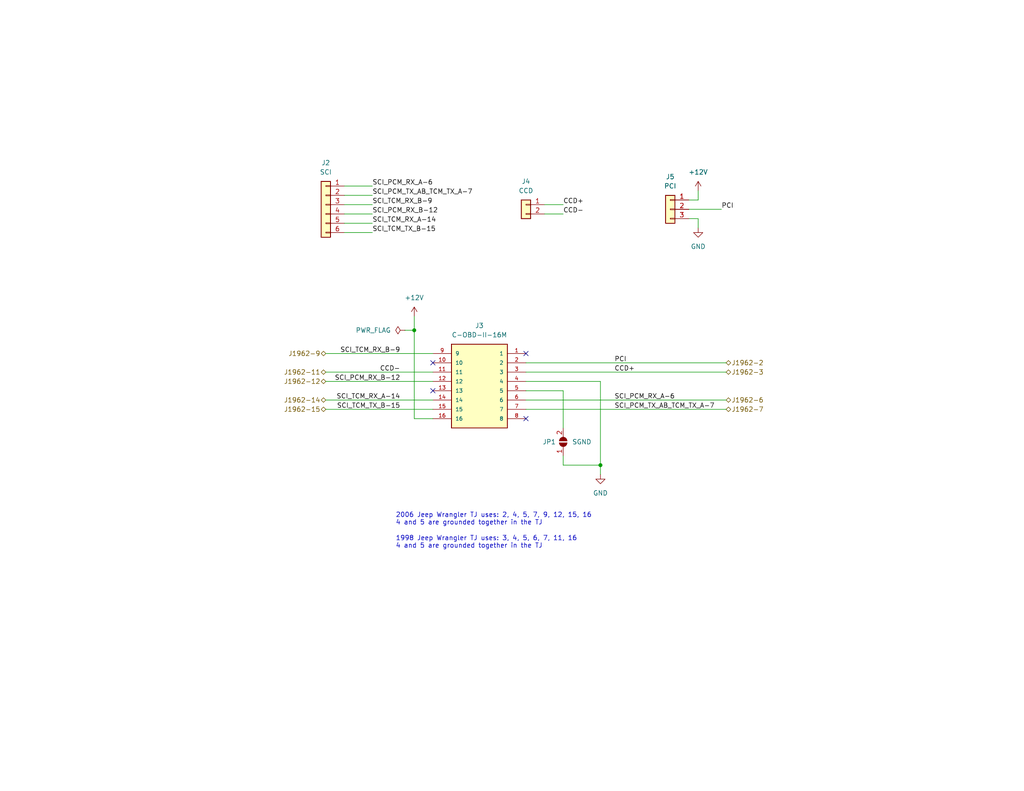
<source format=kicad_sch>
(kicad_sch (version 20211123) (generator eeschema)

  (uuid e92c4f5b-c64d-43cd-8218-b669d9a81e78)

  (paper "USLetter")

  (title_block
    (title "TJ Diag")
    (date "2023-09-12")
    (rev "V1.00")
    (company "andy@britishideas.com")
    (comment 1 "V210/ChryslerScanner_V210/schematic/ChryslerScanner_V210_schematic.pdf")
    (comment 2 "Based on: https://github.com/laszlodaniel/ChryslerScanner/blob/master/PCB/")
    (comment 3 "GPL V3 LICENSE")
  )

  (lib_symbols
    (symbol "ChryslerScanner:C-OBD-II-16M" (pin_names (offset 1.016)) (in_bom yes) (on_board yes)
      (property "Reference" "J" (id 0) (at -7.62 11.43 0)
        (effects (font (size 1.27 1.27)) (justify left bottom))
      )
      (property "Value" "C-OBD-II-16M" (id 1) (at -7.62 -13.97 0)
        (effects (font (size 1.27 1.27)) (justify left top))
      )
      (property "Footprint" "ChryslerScanner:COMTECH_C-OBD-II-16M" (id 2) (at 0 0 0)
        (effects (font (size 1.27 1.27)) (justify bottom) hide)
      )
      (property "Datasheet" "" (id 3) (at 0 0 0)
        (effects (font (size 1.27 1.27)) hide)
      )
      (property "PARTREV" "A" (id 4) (at 0 0 0)
        (effects (font (size 1.27 1.27)) (justify bottom) hide)
      )
      (property "MANUFACTURER" "Comtech Electronic Co." (id 5) (at 0 0 0)
        (effects (font (size 1.27 1.27)) (justify bottom) hide)
      )
      (property "MAXIMUM_PACKAGE_HEIGHT" "18.3mm" (id 6) (at 0 0 0)
        (effects (font (size 1.27 1.27)) (justify bottom) hide)
      )
      (property "STANDARD" "Manufacturer Recommendations" (id 7) (at 0 0 0)
        (effects (font (size 1.27 1.27)) (justify bottom) hide)
      )
      (property "manf#" "C-OBD-II-16M" (id 8) (at 0 0 0)
        (effects (font (size 1.27 1.27)))
      )
      (symbol "C-OBD-II-16M_0_0"
        (rectangle (start -7.62 -12.7) (end 7.62 10.16)
          (stroke (width 0.254) (type default) (color 0 0 0 0))
          (fill (type background))
        )
        (pin passive line (at -12.7 7.62 0) (length 5.08)
          (name "1" (effects (font (size 1.016 1.016))))
          (number "1" (effects (font (size 1.016 1.016))))
        )
        (pin passive line (at 12.7 5.08 180) (length 5.08)
          (name "10" (effects (font (size 1.016 1.016))))
          (number "10" (effects (font (size 1.016 1.016))))
        )
        (pin passive line (at 12.7 2.54 180) (length 5.08)
          (name "11" (effects (font (size 1.016 1.016))))
          (number "11" (effects (font (size 1.016 1.016))))
        )
        (pin passive line (at 12.7 0 180) (length 5.08)
          (name "12" (effects (font (size 1.016 1.016))))
          (number "12" (effects (font (size 1.016 1.016))))
        )
        (pin passive line (at 12.7 -2.54 180) (length 5.08)
          (name "13" (effects (font (size 1.016 1.016))))
          (number "13" (effects (font (size 1.016 1.016))))
        )
        (pin passive line (at 12.7 -5.08 180) (length 5.08)
          (name "14" (effects (font (size 1.016 1.016))))
          (number "14" (effects (font (size 1.016 1.016))))
        )
        (pin passive line (at 12.7 -7.62 180) (length 5.08)
          (name "15" (effects (font (size 1.016 1.016))))
          (number "15" (effects (font (size 1.016 1.016))))
        )
        (pin passive line (at 12.7 -10.16 180) (length 5.08)
          (name "16" (effects (font (size 1.016 1.016))))
          (number "16" (effects (font (size 1.016 1.016))))
        )
        (pin passive line (at -12.7 5.08 0) (length 5.08)
          (name "2" (effects (font (size 1.016 1.016))))
          (number "2" (effects (font (size 1.016 1.016))))
        )
        (pin passive line (at -12.7 2.54 0) (length 5.08)
          (name "3" (effects (font (size 1.016 1.016))))
          (number "3" (effects (font (size 1.016 1.016))))
        )
        (pin passive line (at -12.7 0 0) (length 5.08)
          (name "4" (effects (font (size 1.016 1.016))))
          (number "4" (effects (font (size 1.016 1.016))))
        )
        (pin passive line (at -12.7 -2.54 0) (length 5.08)
          (name "5" (effects (font (size 1.016 1.016))))
          (number "5" (effects (font (size 1.016 1.016))))
        )
        (pin passive line (at -12.7 -5.08 0) (length 5.08)
          (name "6" (effects (font (size 1.016 1.016))))
          (number "6" (effects (font (size 1.016 1.016))))
        )
        (pin passive line (at -12.7 -7.62 0) (length 5.08)
          (name "7" (effects (font (size 1.016 1.016))))
          (number "7" (effects (font (size 1.016 1.016))))
        )
        (pin passive line (at -12.7 -10.16 0) (length 5.08)
          (name "8" (effects (font (size 1.016 1.016))))
          (number "8" (effects (font (size 1.016 1.016))))
        )
        (pin passive line (at 12.7 7.62 180) (length 5.08)
          (name "9" (effects (font (size 1.016 1.016))))
          (number "9" (effects (font (size 1.016 1.016))))
        )
      )
    )
    (symbol "Connector_Generic:Conn_01x02" (pin_names (offset 1.016) hide) (in_bom yes) (on_board yes)
      (property "Reference" "J" (id 0) (at 0 2.54 0)
        (effects (font (size 1.27 1.27)))
      )
      (property "Value" "Conn_01x02" (id 1) (at 0 -5.08 0)
        (effects (font (size 1.27 1.27)))
      )
      (property "Footprint" "" (id 2) (at 0 0 0)
        (effects (font (size 1.27 1.27)) hide)
      )
      (property "Datasheet" "~" (id 3) (at 0 0 0)
        (effects (font (size 1.27 1.27)) hide)
      )
      (property "ki_keywords" "connector" (id 4) (at 0 0 0)
        (effects (font (size 1.27 1.27)) hide)
      )
      (property "ki_description" "Generic connector, single row, 01x02, script generated (kicad-library-utils/schlib/autogen/connector/)" (id 5) (at 0 0 0)
        (effects (font (size 1.27 1.27)) hide)
      )
      (property "ki_fp_filters" "Connector*:*_1x??_*" (id 6) (at 0 0 0)
        (effects (font (size 1.27 1.27)) hide)
      )
      (symbol "Conn_01x02_1_1"
        (rectangle (start -1.27 -2.413) (end 0 -2.667)
          (stroke (width 0.1524) (type default) (color 0 0 0 0))
          (fill (type none))
        )
        (rectangle (start -1.27 0.127) (end 0 -0.127)
          (stroke (width 0.1524) (type default) (color 0 0 0 0))
          (fill (type none))
        )
        (rectangle (start -1.27 1.27) (end 1.27 -3.81)
          (stroke (width 0.254) (type default) (color 0 0 0 0))
          (fill (type background))
        )
        (pin passive line (at -5.08 0 0) (length 3.81)
          (name "Pin_1" (effects (font (size 1.27 1.27))))
          (number "1" (effects (font (size 1.27 1.27))))
        )
        (pin passive line (at -5.08 -2.54 0) (length 3.81)
          (name "Pin_2" (effects (font (size 1.27 1.27))))
          (number "2" (effects (font (size 1.27 1.27))))
        )
      )
    )
    (symbol "Connector_Generic:Conn_01x03" (pin_names (offset 1.016) hide) (in_bom yes) (on_board yes)
      (property "Reference" "J" (id 0) (at 0 5.08 0)
        (effects (font (size 1.27 1.27)))
      )
      (property "Value" "Conn_01x03" (id 1) (at 0 -5.08 0)
        (effects (font (size 1.27 1.27)))
      )
      (property "Footprint" "" (id 2) (at 0 0 0)
        (effects (font (size 1.27 1.27)) hide)
      )
      (property "Datasheet" "~" (id 3) (at 0 0 0)
        (effects (font (size 1.27 1.27)) hide)
      )
      (property "ki_keywords" "connector" (id 4) (at 0 0 0)
        (effects (font (size 1.27 1.27)) hide)
      )
      (property "ki_description" "Generic connector, single row, 01x03, script generated (kicad-library-utils/schlib/autogen/connector/)" (id 5) (at 0 0 0)
        (effects (font (size 1.27 1.27)) hide)
      )
      (property "ki_fp_filters" "Connector*:*_1x??_*" (id 6) (at 0 0 0)
        (effects (font (size 1.27 1.27)) hide)
      )
      (symbol "Conn_01x03_1_1"
        (rectangle (start -1.27 -2.413) (end 0 -2.667)
          (stroke (width 0.1524) (type default) (color 0 0 0 0))
          (fill (type none))
        )
        (rectangle (start -1.27 0.127) (end 0 -0.127)
          (stroke (width 0.1524) (type default) (color 0 0 0 0))
          (fill (type none))
        )
        (rectangle (start -1.27 2.667) (end 0 2.413)
          (stroke (width 0.1524) (type default) (color 0 0 0 0))
          (fill (type none))
        )
        (rectangle (start -1.27 3.81) (end 1.27 -3.81)
          (stroke (width 0.254) (type default) (color 0 0 0 0))
          (fill (type background))
        )
        (pin passive line (at -5.08 2.54 0) (length 3.81)
          (name "Pin_1" (effects (font (size 1.27 1.27))))
          (number "1" (effects (font (size 1.27 1.27))))
        )
        (pin passive line (at -5.08 0 0) (length 3.81)
          (name "Pin_2" (effects (font (size 1.27 1.27))))
          (number "2" (effects (font (size 1.27 1.27))))
        )
        (pin passive line (at -5.08 -2.54 0) (length 3.81)
          (name "Pin_3" (effects (font (size 1.27 1.27))))
          (number "3" (effects (font (size 1.27 1.27))))
        )
      )
    )
    (symbol "Connector_Generic:Conn_01x06" (pin_names (offset 1.016) hide) (in_bom yes) (on_board yes)
      (property "Reference" "J" (id 0) (at 0 7.62 0)
        (effects (font (size 1.27 1.27)))
      )
      (property "Value" "Conn_01x06" (id 1) (at 0 -10.16 0)
        (effects (font (size 1.27 1.27)))
      )
      (property "Footprint" "" (id 2) (at 0 0 0)
        (effects (font (size 1.27 1.27)) hide)
      )
      (property "Datasheet" "~" (id 3) (at 0 0 0)
        (effects (font (size 1.27 1.27)) hide)
      )
      (property "ki_keywords" "connector" (id 4) (at 0 0 0)
        (effects (font (size 1.27 1.27)) hide)
      )
      (property "ki_description" "Generic connector, single row, 01x06, script generated (kicad-library-utils/schlib/autogen/connector/)" (id 5) (at 0 0 0)
        (effects (font (size 1.27 1.27)) hide)
      )
      (property "ki_fp_filters" "Connector*:*_1x??_*" (id 6) (at 0 0 0)
        (effects (font (size 1.27 1.27)) hide)
      )
      (symbol "Conn_01x06_1_1"
        (rectangle (start -1.27 -7.493) (end 0 -7.747)
          (stroke (width 0.1524) (type default) (color 0 0 0 0))
          (fill (type none))
        )
        (rectangle (start -1.27 -4.953) (end 0 -5.207)
          (stroke (width 0.1524) (type default) (color 0 0 0 0))
          (fill (type none))
        )
        (rectangle (start -1.27 -2.413) (end 0 -2.667)
          (stroke (width 0.1524) (type default) (color 0 0 0 0))
          (fill (type none))
        )
        (rectangle (start -1.27 0.127) (end 0 -0.127)
          (stroke (width 0.1524) (type default) (color 0 0 0 0))
          (fill (type none))
        )
        (rectangle (start -1.27 2.667) (end 0 2.413)
          (stroke (width 0.1524) (type default) (color 0 0 0 0))
          (fill (type none))
        )
        (rectangle (start -1.27 5.207) (end 0 4.953)
          (stroke (width 0.1524) (type default) (color 0 0 0 0))
          (fill (type none))
        )
        (rectangle (start -1.27 6.35) (end 1.27 -8.89)
          (stroke (width 0.254) (type default) (color 0 0 0 0))
          (fill (type background))
        )
        (pin passive line (at -5.08 5.08 0) (length 3.81)
          (name "Pin_1" (effects (font (size 1.27 1.27))))
          (number "1" (effects (font (size 1.27 1.27))))
        )
        (pin passive line (at -5.08 2.54 0) (length 3.81)
          (name "Pin_2" (effects (font (size 1.27 1.27))))
          (number "2" (effects (font (size 1.27 1.27))))
        )
        (pin passive line (at -5.08 0 0) (length 3.81)
          (name "Pin_3" (effects (font (size 1.27 1.27))))
          (number "3" (effects (font (size 1.27 1.27))))
        )
        (pin passive line (at -5.08 -2.54 0) (length 3.81)
          (name "Pin_4" (effects (font (size 1.27 1.27))))
          (number "4" (effects (font (size 1.27 1.27))))
        )
        (pin passive line (at -5.08 -5.08 0) (length 3.81)
          (name "Pin_5" (effects (font (size 1.27 1.27))))
          (number "5" (effects (font (size 1.27 1.27))))
        )
        (pin passive line (at -5.08 -7.62 0) (length 3.81)
          (name "Pin_6" (effects (font (size 1.27 1.27))))
          (number "6" (effects (font (size 1.27 1.27))))
        )
      )
    )
    (symbol "Jumper:SolderJumper_2_Open" (pin_names (offset 0) hide) (in_bom yes) (on_board yes)
      (property "Reference" "JP" (id 0) (at 0 2.032 0)
        (effects (font (size 1.27 1.27)))
      )
      (property "Value" "SolderJumper_2_Open" (id 1) (at 0 -2.54 0)
        (effects (font (size 1.27 1.27)))
      )
      (property "Footprint" "" (id 2) (at 0 0 0)
        (effects (font (size 1.27 1.27)) hide)
      )
      (property "Datasheet" "~" (id 3) (at 0 0 0)
        (effects (font (size 1.27 1.27)) hide)
      )
      (property "ki_keywords" "solder jumper SPST" (id 4) (at 0 0 0)
        (effects (font (size 1.27 1.27)) hide)
      )
      (property "ki_description" "Solder Jumper, 2-pole, open" (id 5) (at 0 0 0)
        (effects (font (size 1.27 1.27)) hide)
      )
      (property "ki_fp_filters" "SolderJumper*Open*" (id 6) (at 0 0 0)
        (effects (font (size 1.27 1.27)) hide)
      )
      (symbol "SolderJumper_2_Open_0_1"
        (arc (start -0.254 1.016) (mid -1.27 0) (end -0.254 -1.016)
          (stroke (width 0) (type default) (color 0 0 0 0))
          (fill (type none))
        )
        (arc (start -0.254 1.016) (mid -1.27 0) (end -0.254 -1.016)
          (stroke (width 0) (type default) (color 0 0 0 0))
          (fill (type outline))
        )
        (polyline
          (pts
            (xy -0.254 1.016)
            (xy -0.254 -1.016)
          )
          (stroke (width 0) (type default) (color 0 0 0 0))
          (fill (type none))
        )
        (polyline
          (pts
            (xy 0.254 1.016)
            (xy 0.254 -1.016)
          )
          (stroke (width 0) (type default) (color 0 0 0 0))
          (fill (type none))
        )
        (arc (start 0.254 -1.016) (mid 1.27 0) (end 0.254 1.016)
          (stroke (width 0) (type default) (color 0 0 0 0))
          (fill (type none))
        )
        (arc (start 0.254 -1.016) (mid 1.27 0) (end 0.254 1.016)
          (stroke (width 0) (type default) (color 0 0 0 0))
          (fill (type outline))
        )
      )
      (symbol "SolderJumper_2_Open_1_1"
        (pin passive line (at -3.81 0 0) (length 2.54)
          (name "A" (effects (font (size 1.27 1.27))))
          (number "1" (effects (font (size 1.27 1.27))))
        )
        (pin passive line (at 3.81 0 180) (length 2.54)
          (name "B" (effects (font (size 1.27 1.27))))
          (number "2" (effects (font (size 1.27 1.27))))
        )
      )
    )
    (symbol "power:+12V" (power) (pin_names (offset 0)) (in_bom yes) (on_board yes)
      (property "Reference" "#PWR" (id 0) (at 0 -3.81 0)
        (effects (font (size 1.27 1.27)) hide)
      )
      (property "Value" "+12V" (id 1) (at 0 3.556 0)
        (effects (font (size 1.27 1.27)))
      )
      (property "Footprint" "" (id 2) (at 0 0 0)
        (effects (font (size 1.27 1.27)) hide)
      )
      (property "Datasheet" "" (id 3) (at 0 0 0)
        (effects (font (size 1.27 1.27)) hide)
      )
      (property "ki_keywords" "power-flag" (id 4) (at 0 0 0)
        (effects (font (size 1.27 1.27)) hide)
      )
      (property "ki_description" "Power symbol creates a global label with name \"+12V\"" (id 5) (at 0 0 0)
        (effects (font (size 1.27 1.27)) hide)
      )
      (symbol "+12V_0_1"
        (polyline
          (pts
            (xy -0.762 1.27)
            (xy 0 2.54)
          )
          (stroke (width 0) (type default) (color 0 0 0 0))
          (fill (type none))
        )
        (polyline
          (pts
            (xy 0 0)
            (xy 0 2.54)
          )
          (stroke (width 0) (type default) (color 0 0 0 0))
          (fill (type none))
        )
        (polyline
          (pts
            (xy 0 2.54)
            (xy 0.762 1.27)
          )
          (stroke (width 0) (type default) (color 0 0 0 0))
          (fill (type none))
        )
      )
      (symbol "+12V_1_1"
        (pin power_in line (at 0 0 90) (length 0) hide
          (name "+12V" (effects (font (size 1.27 1.27))))
          (number "1" (effects (font (size 1.27 1.27))))
        )
      )
    )
    (symbol "power:GND" (power) (pin_names (offset 0)) (in_bom yes) (on_board yes)
      (property "Reference" "#PWR" (id 0) (at 0 -6.35 0)
        (effects (font (size 1.27 1.27)) hide)
      )
      (property "Value" "GND" (id 1) (at 0 -3.81 0)
        (effects (font (size 1.27 1.27)))
      )
      (property "Footprint" "" (id 2) (at 0 0 0)
        (effects (font (size 1.27 1.27)) hide)
      )
      (property "Datasheet" "" (id 3) (at 0 0 0)
        (effects (font (size 1.27 1.27)) hide)
      )
      (property "ki_keywords" "power-flag" (id 4) (at 0 0 0)
        (effects (font (size 1.27 1.27)) hide)
      )
      (property "ki_description" "Power symbol creates a global label with name \"GND\" , ground" (id 5) (at 0 0 0)
        (effects (font (size 1.27 1.27)) hide)
      )
      (symbol "GND_0_1"
        (polyline
          (pts
            (xy 0 0)
            (xy 0 -1.27)
            (xy 1.27 -1.27)
            (xy 0 -2.54)
            (xy -1.27 -1.27)
            (xy 0 -1.27)
          )
          (stroke (width 0) (type default) (color 0 0 0 0))
          (fill (type none))
        )
      )
      (symbol "GND_1_1"
        (pin power_in line (at 0 0 270) (length 0) hide
          (name "GND" (effects (font (size 1.27 1.27))))
          (number "1" (effects (font (size 1.27 1.27))))
        )
      )
    )
    (symbol "power:PWR_FLAG" (power) (pin_numbers hide) (pin_names (offset 0) hide) (in_bom yes) (on_board yes)
      (property "Reference" "#FLG" (id 0) (at 0 1.905 0)
        (effects (font (size 1.27 1.27)) hide)
      )
      (property "Value" "PWR_FLAG" (id 1) (at 0 3.81 0)
        (effects (font (size 1.27 1.27)))
      )
      (property "Footprint" "" (id 2) (at 0 0 0)
        (effects (font (size 1.27 1.27)) hide)
      )
      (property "Datasheet" "~" (id 3) (at 0 0 0)
        (effects (font (size 1.27 1.27)) hide)
      )
      (property "ki_keywords" "power-flag" (id 4) (at 0 0 0)
        (effects (font (size 1.27 1.27)) hide)
      )
      (property "ki_description" "Special symbol for telling ERC where power comes from" (id 5) (at 0 0 0)
        (effects (font (size 1.27 1.27)) hide)
      )
      (symbol "PWR_FLAG_0_0"
        (pin power_out line (at 0 0 90) (length 0)
          (name "pwr" (effects (font (size 1.27 1.27))))
          (number "1" (effects (font (size 1.27 1.27))))
        )
      )
      (symbol "PWR_FLAG_0_1"
        (polyline
          (pts
            (xy 0 0)
            (xy 0 1.27)
            (xy -1.016 1.905)
            (xy 0 2.54)
            (xy 1.016 1.905)
            (xy 0 1.27)
          )
          (stroke (width 0) (type default) (color 0 0 0 0))
          (fill (type none))
        )
      )
    )
  )

  (junction (at 113.03 90.17) (diameter 0) (color 0 0 0 0)
    (uuid 82c038f6-3845-4900-9df3-e3c411fd8244)
  )
  (junction (at 163.83 127) (diameter 0) (color 0 0 0 0)
    (uuid e328a25c-eb66-4cde-a46f-0c85c9016821)
  )

  (no_connect (at 118.11 99.06) (uuid 8920eeef-51d3-4f02-adf1-322f9d8e889d))
  (no_connect (at 118.11 106.68) (uuid 8920eeef-51d3-4f02-adf1-322f9d8e889e))
  (no_connect (at 143.51 96.52) (uuid 8920eeef-51d3-4f02-adf1-322f9d8e889f))
  (no_connect (at 143.51 114.3) (uuid 8920eeef-51d3-4f02-adf1-322f9d8e88a0))

  (wire (pts (xy 143.51 99.06) (xy 198.12 99.06))
    (stroke (width 0) (type default) (color 0 0 0 0))
    (uuid 00945332-fabd-4b56-aa1e-c497c1387baa)
  )
  (wire (pts (xy 190.5 59.69) (xy 187.96 59.69))
    (stroke (width 0) (type default) (color 0 0 0 0))
    (uuid 0bf93111-0c64-422f-86e9-ec675f3a9f93)
  )
  (wire (pts (xy 88.9 96.52) (xy 118.11 96.52))
    (stroke (width 0) (type default) (color 0 0 0 0))
    (uuid 2358504f-2866-4c02-8aad-3d25fa51a498)
  )
  (wire (pts (xy 93.98 55.88) (xy 101.6 55.88))
    (stroke (width 0) (type default) (color 0 0 0 0))
    (uuid 29fad35d-71e1-4d57-8f26-5e1f526f7988)
  )
  (wire (pts (xy 93.98 60.96) (xy 101.6 60.96))
    (stroke (width 0) (type default) (color 0 0 0 0))
    (uuid 4482df6f-64c7-4b3e-bd26-d419c407e1a5)
  )
  (wire (pts (xy 153.67 106.68) (xy 143.51 106.68))
    (stroke (width 0) (type default) (color 0 0 0 0))
    (uuid 4a3b38c8-9df7-409d-a7f0-288810722998)
  )
  (wire (pts (xy 187.96 57.15) (xy 196.85 57.15))
    (stroke (width 0) (type default) (color 0 0 0 0))
    (uuid 5d941318-d70b-4acc-84fa-7e5a0f319b17)
  )
  (wire (pts (xy 88.9 111.76) (xy 118.11 111.76))
    (stroke (width 0) (type default) (color 0 0 0 0))
    (uuid 5ff77c78-e523-4896-80c8-5d4c2e132d1c)
  )
  (wire (pts (xy 143.51 101.6) (xy 198.12 101.6))
    (stroke (width 0) (type default) (color 0 0 0 0))
    (uuid 72ee5af2-43a8-420f-87af-afd77e7c3a95)
  )
  (wire (pts (xy 113.03 114.3) (xy 118.11 114.3))
    (stroke (width 0) (type default) (color 0 0 0 0))
    (uuid 75acfbde-179f-4948-abbc-82c709b247fe)
  )
  (wire (pts (xy 153.67 116.84) (xy 153.67 106.68))
    (stroke (width 0) (type default) (color 0 0 0 0))
    (uuid 80ac9610-6d1a-4922-a884-051ea2218869)
  )
  (wire (pts (xy 88.9 109.22) (xy 118.11 109.22))
    (stroke (width 0) (type default) (color 0 0 0 0))
    (uuid 83f5c25c-c34a-423b-9f0e-ec6bad8d485a)
  )
  (wire (pts (xy 113.03 90.17) (xy 113.03 114.3))
    (stroke (width 0) (type default) (color 0 0 0 0))
    (uuid 8cf010bd-a460-4e10-b1da-6e7d85ba414e)
  )
  (wire (pts (xy 93.98 50.8) (xy 101.6 50.8))
    (stroke (width 0) (type default) (color 0 0 0 0))
    (uuid 8df43eb0-643a-4c6d-9919-22d371cabbe8)
  )
  (wire (pts (xy 190.5 62.23) (xy 190.5 59.69))
    (stroke (width 0) (type default) (color 0 0 0 0))
    (uuid 90f294ec-a053-435e-b74b-ee3c5d17e30c)
  )
  (wire (pts (xy 93.98 58.42) (xy 101.6 58.42))
    (stroke (width 0) (type default) (color 0 0 0 0))
    (uuid 97e43c64-a6b5-4434-938b-3743830bc84c)
  )
  (wire (pts (xy 143.51 111.76) (xy 198.12 111.76))
    (stroke (width 0) (type default) (color 0 0 0 0))
    (uuid 9f0b1884-21f3-43d6-aa1b-2d736d83fca2)
  )
  (wire (pts (xy 190.5 54.61) (xy 187.96 54.61))
    (stroke (width 0) (type default) (color 0 0 0 0))
    (uuid b169c412-a730-476f-8cdf-09ad373979db)
  )
  (wire (pts (xy 163.83 129.54) (xy 163.83 127))
    (stroke (width 0) (type default) (color 0 0 0 0))
    (uuid bcbe4209-c881-47fa-9935-6e8fe72f23e5)
  )
  (wire (pts (xy 148.59 58.42) (xy 153.67 58.42))
    (stroke (width 0) (type default) (color 0 0 0 0))
    (uuid bcd0645b-fe5d-4e04-bd7e-fca547cb67fb)
  )
  (wire (pts (xy 88.9 104.14) (xy 118.11 104.14))
    (stroke (width 0) (type default) (color 0 0 0 0))
    (uuid bf1f703c-3eef-4000-bd36-83fdc40833bd)
  )
  (wire (pts (xy 143.51 109.22) (xy 198.12 109.22))
    (stroke (width 0) (type default) (color 0 0 0 0))
    (uuid cc38f59f-8507-414a-b752-a6af14510543)
  )
  (wire (pts (xy 190.5 52.07) (xy 190.5 54.61))
    (stroke (width 0) (type default) (color 0 0 0 0))
    (uuid d0895edf-4b7a-41d1-b845-b8c307f85678)
  )
  (wire (pts (xy 110.49 90.17) (xy 113.03 90.17))
    (stroke (width 0) (type default) (color 0 0 0 0))
    (uuid d1af1f1b-a28c-4e84-83f9-914b21d397ce)
  )
  (wire (pts (xy 148.59 55.88) (xy 153.67 55.88))
    (stroke (width 0) (type default) (color 0 0 0 0))
    (uuid d56bebfe-3adf-4ef4-b71a-b9394749122c)
  )
  (wire (pts (xy 153.67 124.46) (xy 153.67 127))
    (stroke (width 0) (type default) (color 0 0 0 0))
    (uuid d6130ceb-5609-4227-b59f-387383995436)
  )
  (wire (pts (xy 88.9 101.6) (xy 118.11 101.6))
    (stroke (width 0) (type default) (color 0 0 0 0))
    (uuid e5bd4ff4-7760-4432-8cc0-1df7c19dedc0)
  )
  (wire (pts (xy 93.98 63.5) (xy 101.6 63.5))
    (stroke (width 0) (type default) (color 0 0 0 0))
    (uuid e80e077d-dda6-47ac-a79f-1e96670f6968)
  )
  (wire (pts (xy 153.67 127) (xy 163.83 127))
    (stroke (width 0) (type default) (color 0 0 0 0))
    (uuid efec35f8-e7a7-49c8-bed2-88bbd5a3b912)
  )
  (wire (pts (xy 163.83 104.14) (xy 143.51 104.14))
    (stroke (width 0) (type default) (color 0 0 0 0))
    (uuid f2c460ee-0115-4daa-9273-8b24b9383fa3)
  )
  (wire (pts (xy 163.83 127) (xy 163.83 104.14))
    (stroke (width 0) (type default) (color 0 0 0 0))
    (uuid f9efd48f-5e05-41f6-a8b2-77fb43977482)
  )
  (wire (pts (xy 113.03 86.36) (xy 113.03 90.17))
    (stroke (width 0) (type default) (color 0 0 0 0))
    (uuid faff3ceb-1fed-489a-adf3-4a20adee8628)
  )
  (wire (pts (xy 93.98 53.34) (xy 101.6 53.34))
    (stroke (width 0) (type default) (color 0 0 0 0))
    (uuid fd7f833a-a46d-425a-b23b-d1890407a6d6)
  )

  (text "2006 Jeep Wrangler TJ uses: 2, 4, 5, 7, 9, 12, 15, 16\n4 and 5 are grounded together in the TJ"
    (at 107.95 143.51 0)
    (effects (font (size 1.27 1.27)) (justify left bottom))
    (uuid aff8890b-c0fa-45bc-8768-ebacd70bc2dd)
  )
  (text "1998 Jeep Wrangler TJ uses: 3, 4, 5, 6, 7, 11, 16\n4 and 5 are grounded together in the TJ"
    (at 107.95 149.86 0)
    (effects (font (size 1.27 1.27)) (justify left bottom))
    (uuid bda4c2c3-9cae-48d7-a8ab-476b18438088)
  )

  (label "PCI" (at 167.64 99.06 0)
    (effects (font (size 1.27 1.27)) (justify left bottom))
    (uuid 283beb1b-4741-4de3-98cf-11badc7623c5)
  )
  (label "SCI_TCM_TX_B-15" (at 101.6 63.5 0)
    (effects (font (size 1.27 1.27)) (justify left bottom))
    (uuid 2b20c969-2a2d-45d9-ba7c-139fe6624be1)
  )
  (label "SCI_PCM_TX_AB_TCM_TX_A-7" (at 167.64 111.76 0)
    (effects (font (size 1.27 1.27)) (justify left bottom))
    (uuid 348d8b6a-4c74-409f-b492-ffef64d4ffe6)
  )
  (label "SCI_PCM_RX_B-12" (at 101.6 58.42 0)
    (effects (font (size 1.27 1.27)) (justify left bottom))
    (uuid 48c8ef74-ed2c-4f89-99cc-4fc3958b8675)
  )
  (label "PCI" (at 196.85 57.15 0)
    (effects (font (size 1.27 1.27)) (justify left bottom))
    (uuid 55eb5c3b-6cb4-43f5-adea-18b92f952eda)
  )
  (label "SCI_PCM_RX_A-6" (at 101.6 50.8 0)
    (effects (font (size 1.27 1.27)) (justify left bottom))
    (uuid 6b247bb1-a922-47e8-a0cc-703dfc0dc27f)
  )
  (label "CCD+" (at 153.67 55.88 0)
    (effects (font (size 1.27 1.27)) (justify left bottom))
    (uuid 7e65e8d6-d832-4bd4-991c-ab741e3add90)
  )
  (label "SCI_TCM_RX_B-9" (at 109.22 96.52 180)
    (effects (font (size 1.27 1.27)) (justify right bottom))
    (uuid 8a986259-0588-4c7e-b19f-5402450116c6)
  )
  (label "CCD-" (at 153.67 58.42 0)
    (effects (font (size 1.27 1.27)) (justify left bottom))
    (uuid 9f96e729-2bb8-421a-bf40-1271f6289439)
  )
  (label "SCI_PCM_RX_A-6" (at 167.64 109.22 0)
    (effects (font (size 1.27 1.27)) (justify left bottom))
    (uuid a221712b-b5e3-42c6-8de1-549afbe44f6c)
  )
  (label "CCD-" (at 109.22 101.6 180)
    (effects (font (size 1.27 1.27)) (justify right bottom))
    (uuid ac901ec8-1080-4e12-802a-89c6194a9370)
  )
  (label "SCI_TCM_RX_A-14" (at 101.6 60.96 0)
    (effects (font (size 1.27 1.27)) (justify left bottom))
    (uuid ada1208a-e308-4a2c-8259-ff3b0e0b5866)
  )
  (label "SCI_TCM_RX_A-14" (at 109.22 109.22 180)
    (effects (font (size 1.27 1.27)) (justify right bottom))
    (uuid bc203b5f-0791-4d10-80c9-5628329104d4)
  )
  (label "SCI_PCM_RX_B-12" (at 109.22 104.14 180)
    (effects (font (size 1.27 1.27)) (justify right bottom))
    (uuid c08e1309-a35a-4cb4-ac18-266c89bfa37f)
  )
  (label "SCI_TCM_TX_B-15" (at 109.22 111.76 180)
    (effects (font (size 1.27 1.27)) (justify right bottom))
    (uuid c3f089c4-19bc-47e4-9764-6b31b4a06921)
  )
  (label "SCI_TCM_RX_B-9" (at 101.6 55.88 0)
    (effects (font (size 1.27 1.27)) (justify left bottom))
    (uuid c59b6a71-813b-478c-8a27-f3403eeaf1e9)
  )
  (label "SCI_PCM_TX_AB_TCM_TX_A-7" (at 101.6 53.34 0)
    (effects (font (size 1.27 1.27)) (justify left bottom))
    (uuid cef357e6-20d2-4937-91fa-a59486017884)
  )
  (label "CCD+" (at 167.64 101.6 0)
    (effects (font (size 1.27 1.27)) (justify left bottom))
    (uuid d6515c88-315e-47a3-88a7-f48de71028f4)
  )

  (hierarchical_label "J1962-15" (shape bidirectional) (at 88.9 111.76 180)
    (effects (font (size 1.27 1.27)) (justify right))
    (uuid 0eb0ffe3-d3ca-44d9-8d1c-ec3acda05b81)
  )
  (hierarchical_label "J1962-3" (shape bidirectional) (at 198.12 101.6 0)
    (effects (font (size 1.27 1.27)) (justify left))
    (uuid 1a7940e9-d077-44b6-851e-7942ca2e7ff4)
  )
  (hierarchical_label "J1962-14" (shape bidirectional) (at 88.9 109.22 180)
    (effects (font (size 1.27 1.27)) (justify right))
    (uuid 2ef6ccd0-9391-4813-87c5-2faaf90ddb8e)
  )
  (hierarchical_label "J1962-7" (shape bidirectional) (at 198.12 111.76 0)
    (effects (font (size 1.27 1.27)) (justify left))
    (uuid 363e975d-b973-441b-9dd6-5cbb1be2fdd2)
  )
  (hierarchical_label "J1962-12" (shape bidirectional) (at 88.9 104.14 180)
    (effects (font (size 1.27 1.27)) (justify right))
    (uuid 91119006-f32e-4dbe-8d1f-822a7fbe3b00)
  )
  (hierarchical_label "J1962-11" (shape bidirectional) (at 88.9 101.6 180)
    (effects (font (size 1.27 1.27)) (justify right))
    (uuid 92592502-1d6e-4073-a3be-0ab927f38708)
  )
  (hierarchical_label "J1962-6" (shape bidirectional) (at 198.12 109.22 0)
    (effects (font (size 1.27 1.27)) (justify left))
    (uuid d8bf543d-bea2-4cee-a3dc-0f1d0d8f79c4)
  )
  (hierarchical_label "J1962-2" (shape bidirectional) (at 198.12 99.06 0)
    (effects (font (size 1.27 1.27)) (justify left))
    (uuid e18242b5-d281-47b4-8d91-518f1e61f1e4)
  )
  (hierarchical_label "J1962-9" (shape bidirectional) (at 88.9 96.52 180)
    (effects (font (size 1.27 1.27)) (justify right))
    (uuid ff200506-da36-4add-a3cf-f77c2866bcc1)
  )

  (symbol (lib_id "Jumper:SolderJumper_2_Open") (at 153.67 120.65 90) (unit 1)
    (in_bom yes) (on_board yes)
    (uuid 62f02884-6db8-4f0c-9324-322bcd13258b)
    (property "Reference" "JP1" (id 0) (at 149.86 120.65 90))
    (property "Value" "SGND" (id 1) (at 158.75 120.65 90))
    (property "Footprint" "Jumper:SolderJumper-2_P1.3mm_Open_TrianglePad1.0x1.5mm" (id 2) (at 153.67 120.65 0)
      (effects (font (size 1.27 1.27)) hide)
    )
    (property "Datasheet" "~" (id 3) (at 153.67 120.65 0)
      (effects (font (size 1.27 1.27)) hide)
    )
    (pin "1" (uuid 3c52c4b4-9e17-4437-9c93-ae78c8245544))
    (pin "2" (uuid 58460a7a-c4aa-4702-8ab3-109c1af9accb))
  )

  (symbol (lib_id "power:PWR_FLAG") (at 110.49 90.17 90) (unit 1)
    (in_bom yes) (on_board yes) (fields_autoplaced)
    (uuid 7a184a2a-b549-4d7a-904b-5bbaf7a5dba9)
    (property "Reference" "#FLG02" (id 0) (at 108.585 90.17 0)
      (effects (font (size 1.27 1.27)) hide)
    )
    (property "Value" "PWR_FLAG" (id 1) (at 106.68 90.1699 90)
      (effects (font (size 1.27 1.27)) (justify left))
    )
    (property "Footprint" "" (id 2) (at 110.49 90.17 0)
      (effects (font (size 1.27 1.27)) hide)
    )
    (property "Datasheet" "~" (id 3) (at 110.49 90.17 0)
      (effects (font (size 1.27 1.27)) hide)
    )
    (pin "1" (uuid ddc149d6-89df-4bd3-9daa-7de8b79e7fac))
  )

  (symbol (lib_id "Connector_Generic:Conn_01x02") (at 143.51 55.88 0) (mirror y) (unit 1)
    (in_bom yes) (on_board yes) (fields_autoplaced)
    (uuid 7cddefc1-d55e-4c89-85ac-f2827ee29352)
    (property "Reference" "J4" (id 0) (at 143.51 49.53 0))
    (property "Value" "CCD" (id 1) (at 143.51 52.07 0))
    (property "Footprint" "Connector_PinHeader_2.54mm:PinHeader_1x02_P2.54mm_Vertical" (id 2) (at 143.51 55.88 0)
      (effects (font (size 1.27 1.27)) hide)
    )
    (property "Datasheet" "~" (id 3) (at 143.51 55.88 0)
      (effects (font (size 1.27 1.27)) hide)
    )
    (pin "1" (uuid 67e64966-e7b9-4c32-9a55-228aac70bf7d))
    (pin "2" (uuid d49cedaf-c0ba-4412-b46e-f61519ae66a1))
  )

  (symbol (lib_id "Connector_Generic:Conn_01x06") (at 88.9 55.88 0) (mirror y) (unit 1)
    (in_bom yes) (on_board yes) (fields_autoplaced)
    (uuid 83d48f0a-9388-4bb3-948c-e89d5cfa6df5)
    (property "Reference" "J2" (id 0) (at 88.9 44.45 0))
    (property "Value" "SCI" (id 1) (at 88.9 46.99 0))
    (property "Footprint" "Connector_PinHeader_2.54mm:PinHeader_1x06_P2.54mm_Vertical" (id 2) (at 88.9 55.88 0)
      (effects (font (size 1.27 1.27)) hide)
    )
    (property "Datasheet" "~" (id 3) (at 88.9 55.88 0)
      (effects (font (size 1.27 1.27)) hide)
    )
    (pin "1" (uuid 7e0456af-28b9-4cee-b4a6-ecd44960382d))
    (pin "2" (uuid be32cacb-7fee-4ffb-b3c5-192dc71ad197))
    (pin "3" (uuid a84705a8-b4d4-419f-8d5f-4469cbab27cd))
    (pin "4" (uuid 15baeebb-20ef-4601-8142-267626f2b09f))
    (pin "5" (uuid 3b51f80f-4089-4c1f-8215-608c8263b92f))
    (pin "6" (uuid 32b07d32-ab58-4c79-bdea-766e0a683e9f))
  )

  (symbol (lib_id "power:GND") (at 163.83 129.54 0) (unit 1)
    (in_bom yes) (on_board yes) (fields_autoplaced)
    (uuid 84b6e4d1-0b45-4c3f-a787-fdab62e127b0)
    (property "Reference" "#PWR034" (id 0) (at 163.83 135.89 0)
      (effects (font (size 1.27 1.27)) hide)
    )
    (property "Value" "GND" (id 1) (at 163.83 134.62 0))
    (property "Footprint" "" (id 2) (at 163.83 129.54 0)
      (effects (font (size 1.27 1.27)) hide)
    )
    (property "Datasheet" "" (id 3) (at 163.83 129.54 0)
      (effects (font (size 1.27 1.27)) hide)
    )
    (pin "1" (uuid c9393fe4-b67a-4e5c-8d8c-f4b2a5e500ba))
  )

  (symbol (lib_id "ChryslerScanner:C-OBD-II-16M") (at 130.81 104.14 0) (mirror y) (unit 1)
    (in_bom yes) (on_board yes) (fields_autoplaced)
    (uuid 876bf173-e0f9-4ba8-a371-35ebe7d5027c)
    (property "Reference" "J3" (id 0) (at 130.81 88.9 0))
    (property "Value" "C-OBD-II-16M" (id 1) (at 130.81 91.44 0))
    (property "Footprint" "ChryslerScanner:COMTECH_C-OBD-II-16M" (id 2) (at 130.81 104.14 0)
      (effects (font (size 1.27 1.27)) (justify bottom) hide)
    )
    (property "Datasheet" "" (id 3) (at 130.81 104.14 0)
      (effects (font (size 1.27 1.27)) hide)
    )
    (property "PARTREV" "A" (id 4) (at 130.81 104.14 0)
      (effects (font (size 1.27 1.27)) (justify bottom) hide)
    )
    (property "MANUFACTURER" "Comtech Electronic Co." (id 5) (at 130.81 104.14 0)
      (effects (font (size 1.27 1.27)) (justify bottom) hide)
    )
    (property "MAXIMUM_PACKAGE_HEIGHT" "18.3mm" (id 6) (at 130.81 104.14 0)
      (effects (font (size 1.27 1.27)) (justify bottom) hide)
    )
    (property "STANDARD" "Manufacturer Recommendations" (id 7) (at 130.81 104.14 0)
      (effects (font (size 1.27 1.27)) (justify bottom) hide)
    )
    (property "manf#" "C-OBD-II-16M" (id 8) (at 130.81 91.44 0)
      (effects (font (size 1.27 1.27)) hide)
    )
    (pin "1" (uuid 23adfacd-ca09-4928-8a4a-b15f252c551c))
    (pin "10" (uuid 442cff6e-f4c8-4c16-932d-79a67322d532))
    (pin "11" (uuid 01ef57ad-1413-4eb6-9fe0-6fc73c099ac4))
    (pin "12" (uuid 75f7e7a5-6757-4584-afc9-67903e50ba82))
    (pin "13" (uuid 527a3173-db8d-4ef6-bc36-4667bf86220e))
    (pin "14" (uuid e2018b40-48bc-4fcb-9f8b-9b5f67cac9d1))
    (pin "15" (uuid 3226e03f-31da-4aa7-b47e-4136520baf38))
    (pin "16" (uuid 53e04776-38af-4557-aa1b-c2d7d14e0c57))
    (pin "2" (uuid c79920b7-def9-4114-91ec-002a27aee840))
    (pin "3" (uuid 7697eade-5fa1-4830-ad8f-59e5d0031a51))
    (pin "4" (uuid 85a60249-768e-447b-894c-f03a28b912cb))
    (pin "5" (uuid 83c12e30-2555-4dcf-a1a0-afbdca03fb55))
    (pin "6" (uuid 72a94fdd-fe3a-4016-b1bf-0ecb63a2d5fb))
    (pin "7" (uuid 88744f13-0610-4484-baf8-e82ae765dd78))
    (pin "8" (uuid 093f245c-19c0-4c88-82e2-cf02ac3219f7))
    (pin "9" (uuid e3ade861-2c67-41b4-82f5-b67390b5cc2e))
  )

  (symbol (lib_id "Connector_Generic:Conn_01x03") (at 182.88 57.15 0) (mirror y) (unit 1)
    (in_bom yes) (on_board yes)
    (uuid bb8684f8-14cb-4343-af71-ea9690af400b)
    (property "Reference" "J5" (id 0) (at 182.88 48.26 0))
    (property "Value" "PCI" (id 1) (at 182.88 50.8 0))
    (property "Footprint" "Connector_PinHeader_2.54mm:PinHeader_1x03_P2.54mm_Vertical" (id 2) (at 182.88 57.15 0)
      (effects (font (size 1.27 1.27)) hide)
    )
    (property "Datasheet" "~" (id 3) (at 182.88 57.15 0)
      (effects (font (size 1.27 1.27)) hide)
    )
    (property "manf#" "" (id 4) (at 182.88 57.15 0)
      (effects (font (size 1.27 1.27)) hide)
    )
    (pin "1" (uuid dbccb06a-cc57-428e-9371-3ef19b8cb7dc))
    (pin "2" (uuid f5b623f2-5139-4511-ab0a-784c1cbec536))
    (pin "3" (uuid 0817c21a-0777-4a7f-87a4-5d6206c618f9))
  )

  (symbol (lib_id "power:GND") (at 190.5 62.23 0) (unit 1)
    (in_bom yes) (on_board yes) (fields_autoplaced)
    (uuid ce0e8e78-d1af-42a7-93f8-1d8d89c96678)
    (property "Reference" "#PWR036" (id 0) (at 190.5 68.58 0)
      (effects (font (size 1.27 1.27)) hide)
    )
    (property "Value" "GND" (id 1) (at 190.5 67.31 0))
    (property "Footprint" "" (id 2) (at 190.5 62.23 0)
      (effects (font (size 1.27 1.27)) hide)
    )
    (property "Datasheet" "" (id 3) (at 190.5 62.23 0)
      (effects (font (size 1.27 1.27)) hide)
    )
    (pin "1" (uuid 44ef9933-3b7e-4645-963e-e05ed5b8bbd6))
  )

  (symbol (lib_id "power:+12V") (at 113.03 86.36 0) (unit 1)
    (in_bom yes) (on_board yes) (fields_autoplaced)
    (uuid d09ce88f-b195-40e9-8bd6-7dd28e46123d)
    (property "Reference" "#PWR033" (id 0) (at 113.03 90.17 0)
      (effects (font (size 1.27 1.27)) hide)
    )
    (property "Value" "+12V" (id 1) (at 113.03 81.28 0))
    (property "Footprint" "" (id 2) (at 113.03 86.36 0)
      (effects (font (size 1.27 1.27)) hide)
    )
    (property "Datasheet" "" (id 3) (at 113.03 86.36 0)
      (effects (font (size 1.27 1.27)) hide)
    )
    (pin "1" (uuid 7260402f-d72f-4b11-ac91-b4b593b8b347))
  )

  (symbol (lib_id "power:+12V") (at 190.5 52.07 0) (unit 1)
    (in_bom yes) (on_board yes) (fields_autoplaced)
    (uuid daab8b51-1724-4182-bb68-23ea28ad7385)
    (property "Reference" "#PWR035" (id 0) (at 190.5 55.88 0)
      (effects (font (size 1.27 1.27)) hide)
    )
    (property "Value" "+12V" (id 1) (at 190.5 46.99 0))
    (property "Footprint" "" (id 2) (at 190.5 52.07 0)
      (effects (font (size 1.27 1.27)) hide)
    )
    (property "Datasheet" "" (id 3) (at 190.5 52.07 0)
      (effects (font (size 1.27 1.27)) hide)
    )
    (pin "1" (uuid 5a4c6c8a-229f-4ec6-b82a-f14cbf0fd3ae))
  )
)

</source>
